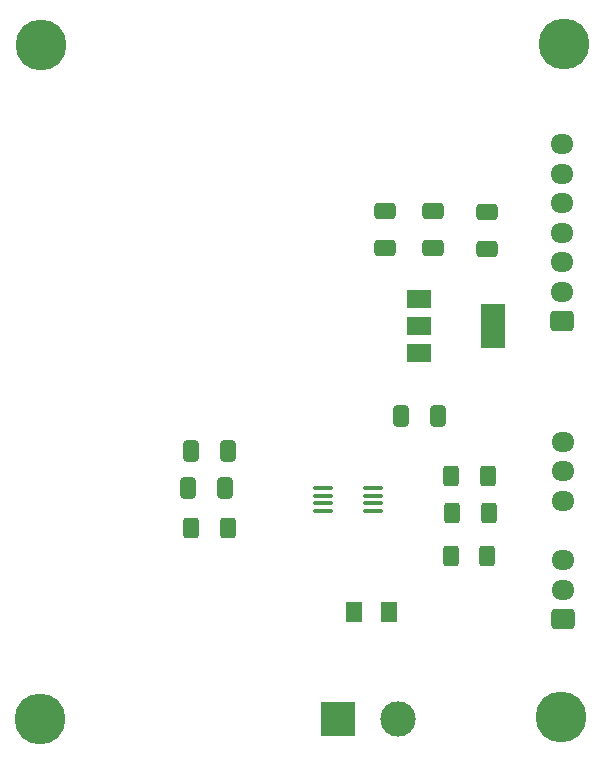
<source format=gbr>
%TF.GenerationSoftware,KiCad,Pcbnew,7.0.10*%
%TF.CreationDate,2024-05-28T16:22:07+05:30*%
%TF.ProjectId,pro1,70726f31-2e6b-4696-9361-645f70636258,rev?*%
%TF.SameCoordinates,Original*%
%TF.FileFunction,Soldermask,Bot*%
%TF.FilePolarity,Negative*%
%FSLAX46Y46*%
G04 Gerber Fmt 4.6, Leading zero omitted, Abs format (unit mm)*
G04 Created by KiCad (PCBNEW 7.0.10) date 2024-05-28 16:22:07*
%MOMM*%
%LPD*%
G01*
G04 APERTURE LIST*
G04 Aperture macros list*
%AMRoundRect*
0 Rectangle with rounded corners*
0 $1 Rounding radius*
0 $2 $3 $4 $5 $6 $7 $8 $9 X,Y pos of 4 corners*
0 Add a 4 corners polygon primitive as box body*
4,1,4,$2,$3,$4,$5,$6,$7,$8,$9,$2,$3,0*
0 Add four circle primitives for the rounded corners*
1,1,$1+$1,$2,$3*
1,1,$1+$1,$4,$5*
1,1,$1+$1,$6,$7*
1,1,$1+$1,$8,$9*
0 Add four rect primitives between the rounded corners*
20,1,$1+$1,$2,$3,$4,$5,0*
20,1,$1+$1,$4,$5,$6,$7,0*
20,1,$1+$1,$6,$7,$8,$9,0*
20,1,$1+$1,$8,$9,$2,$3,0*%
G04 Aperture macros list end*
%ADD10RoundRect,0.250000X0.725000X-0.600000X0.725000X0.600000X-0.725000X0.600000X-0.725000X-0.600000X0*%
%ADD11O,1.950000X1.700000*%
%ADD12R,3.000000X3.000000*%
%ADD13C,3.000000*%
%ADD14C,4.300000*%
%ADD15RoundRect,0.250001X0.462499X0.624999X-0.462499X0.624999X-0.462499X-0.624999X0.462499X-0.624999X0*%
%ADD16R,2.000000X1.500000*%
%ADD17R,2.000000X3.800000*%
%ADD18RoundRect,0.250000X0.412500X0.650000X-0.412500X0.650000X-0.412500X-0.650000X0.412500X-0.650000X0*%
%ADD19RoundRect,0.100000X-0.712500X-0.100000X0.712500X-0.100000X0.712500X0.100000X-0.712500X0.100000X0*%
%ADD20RoundRect,0.250000X-0.400000X-0.625000X0.400000X-0.625000X0.400000X0.625000X-0.400000X0.625000X0*%
%ADD21RoundRect,0.250000X0.650000X-0.412500X0.650000X0.412500X-0.650000X0.412500X-0.650000X-0.412500X0*%
%ADD22RoundRect,0.250000X0.400000X0.625000X-0.400000X0.625000X-0.400000X-0.625000X0.400000X-0.625000X0*%
G04 APERTURE END LIST*
D10*
%TO.C,J3*%
X175100000Y-80700000D03*
D11*
X175100000Y-78200000D03*
X175100000Y-75700000D03*
X175100000Y-70700000D03*
X175100000Y-68200000D03*
X175100000Y-65700000D03*
%TD*%
D12*
%TO.C,J5*%
X156060000Y-89200000D03*
D13*
X161140000Y-89200000D03*
%TD*%
D14*
%TO.C,H3*%
X175200000Y-32000000D03*
%TD*%
D11*
%TO.C,J2*%
X175000000Y-40500000D03*
X175000000Y-43000000D03*
X175000000Y-45500000D03*
X175000000Y-48000000D03*
X175000000Y-50500000D03*
X175000000Y-53000000D03*
D10*
X175000000Y-55500000D03*
%TD*%
D14*
%TO.C,H4*%
X130920000Y-32060000D03*
%TD*%
%TO.C,H2*%
X130800000Y-89200000D03*
%TD*%
%TO.C,H1*%
X174900000Y-89000000D03*
%TD*%
D15*
%TO.C,D2*%
X160400000Y-80100000D03*
X157425000Y-80100000D03*
%TD*%
D16*
%TO.C,U2*%
X162900000Y-58200000D03*
X162900000Y-55900000D03*
D17*
X169200000Y-55900000D03*
D16*
X162900000Y-53600000D03*
%TD*%
D18*
%TO.C,C9*%
X146700000Y-66500000D03*
X143575000Y-66500000D03*
%TD*%
D19*
%TO.C,U4*%
X159000000Y-71540000D03*
X159000000Y-70890000D03*
X159000000Y-70240000D03*
X159000000Y-69590000D03*
X154775000Y-69590000D03*
X154775000Y-70240000D03*
X154775000Y-70890000D03*
X154775000Y-71540000D03*
%TD*%
D20*
%TO.C,R7*%
X146700000Y-73000000D03*
X143600000Y-73000000D03*
%TD*%
D21*
%TO.C,C6*%
X168700000Y-49400000D03*
X168700000Y-46275000D03*
%TD*%
D22*
%TO.C,R5*%
X168800000Y-71700000D03*
X165700000Y-71700000D03*
%TD*%
D21*
%TO.C,C4*%
X164100000Y-49300000D03*
X164100000Y-46175000D03*
%TD*%
D22*
%TO.C,R4*%
X168750000Y-68600000D03*
X165650000Y-68600000D03*
%TD*%
D20*
%TO.C,R6*%
X165600000Y-75400000D03*
X168700000Y-75400000D03*
%TD*%
D18*
%TO.C,C8*%
X164500000Y-63500000D03*
X161375000Y-63500000D03*
%TD*%
D21*
%TO.C,C5*%
X160000000Y-49300000D03*
X160000000Y-46175000D03*
%TD*%
D18*
%TO.C,C7*%
X146500000Y-69600000D03*
X143375000Y-69600000D03*
%TD*%
M02*

</source>
